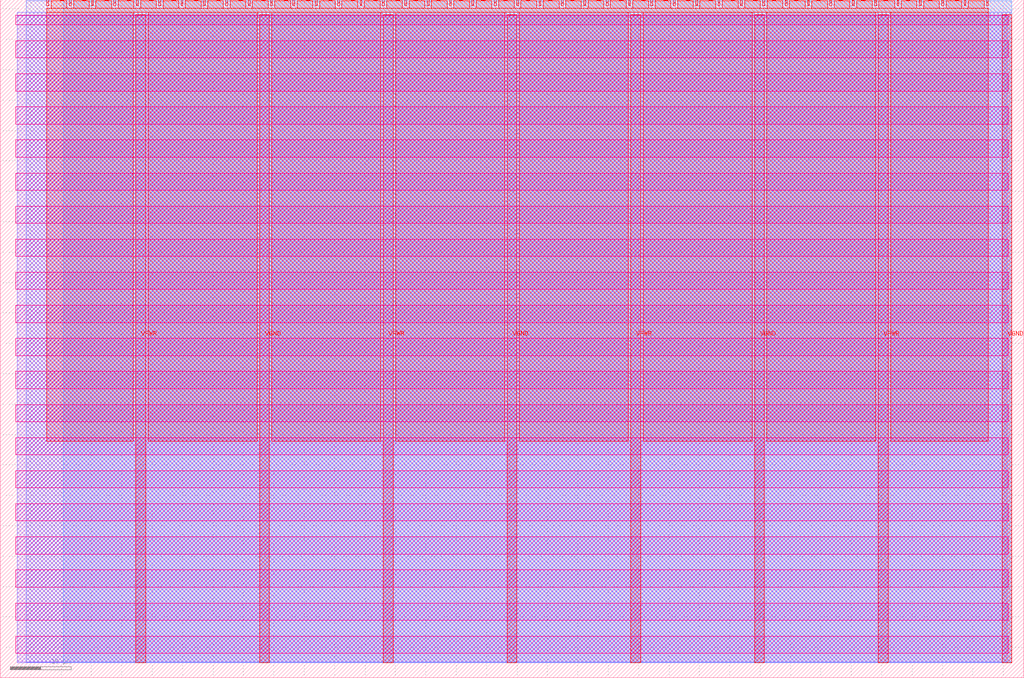
<source format=lef>
VERSION 5.7 ;
  NOWIREEXTENSIONATPIN ON ;
  DIVIDERCHAR "/" ;
  BUSBITCHARS "[]" ;
MACRO tt_um_currymottled
  CLASS BLOCK ;
  FOREIGN tt_um_currymottled ;
  ORIGIN 0.000 0.000 ;
  SIZE 168.360 BY 111.520 ;
  PIN VGND
    DIRECTION INOUT ;
    USE GROUND ;
    PORT
      LAYER met4 ;
        RECT 42.670 2.480 44.270 109.040 ;
    END
    PORT
      LAYER met4 ;
        RECT 83.380 2.480 84.980 109.040 ;
    END
    PORT
      LAYER met4 ;
        RECT 124.090 2.480 125.690 109.040 ;
    END
    PORT
      LAYER met4 ;
        RECT 164.800 2.480 166.400 109.040 ;
    END
  END VGND
  PIN VPWR
    DIRECTION INOUT ;
    USE POWER ;
    PORT
      LAYER met4 ;
        RECT 22.315 2.480 23.915 109.040 ;
    END
    PORT
      LAYER met4 ;
        RECT 63.025 2.480 64.625 109.040 ;
    END
    PORT
      LAYER met4 ;
        RECT 103.735 2.480 105.335 109.040 ;
    END
    PORT
      LAYER met4 ;
        RECT 144.445 2.480 146.045 109.040 ;
    END
  END VPWR
  PIN clk
    DIRECTION INPUT ;
    USE SIGNAL ;
    ANTENNAGATEAREA 0.852000 ;
    PORT
      LAYER met4 ;
        RECT 158.550 110.520 158.850 111.520 ;
    END
  END clk
  PIN ena
    DIRECTION INPUT ;
    USE SIGNAL ;
    ANTENNAGATEAREA 0.126000 ;
    PORT
      LAYER met4 ;
        RECT 162.230 110.520 162.530 111.520 ;
    END
  END ena
  PIN rst_n
    DIRECTION INPUT ;
    USE SIGNAL ;
    ANTENNAGATEAREA 0.213000 ;
    PORT
      LAYER met4 ;
        RECT 154.870 110.520 155.170 111.520 ;
    END
  END rst_n
  PIN ui_in[0]
    DIRECTION INPUT ;
    USE SIGNAL ;
    PORT
      LAYER met4 ;
        RECT 151.190 110.520 151.490 111.520 ;
    END
  END ui_in[0]
  PIN ui_in[1]
    DIRECTION INPUT ;
    USE SIGNAL ;
    PORT
      LAYER met4 ;
        RECT 147.510 110.520 147.810 111.520 ;
    END
  END ui_in[1]
  PIN ui_in[2]
    DIRECTION INPUT ;
    USE SIGNAL ;
    PORT
      LAYER met4 ;
        RECT 143.830 110.520 144.130 111.520 ;
    END
  END ui_in[2]
  PIN ui_in[3]
    DIRECTION INPUT ;
    USE SIGNAL ;
    PORT
      LAYER met4 ;
        RECT 140.150 110.520 140.450 111.520 ;
    END
  END ui_in[3]
  PIN ui_in[4]
    DIRECTION INPUT ;
    USE SIGNAL ;
    PORT
      LAYER met4 ;
        RECT 136.470 110.520 136.770 111.520 ;
    END
  END ui_in[4]
  PIN ui_in[5]
    DIRECTION INPUT ;
    USE SIGNAL ;
    PORT
      LAYER met4 ;
        RECT 132.790 110.520 133.090 111.520 ;
    END
  END ui_in[5]
  PIN ui_in[6]
    DIRECTION INPUT ;
    USE SIGNAL ;
    PORT
      LAYER met4 ;
        RECT 129.110 110.520 129.410 111.520 ;
    END
  END ui_in[6]
  PIN ui_in[7]
    DIRECTION INPUT ;
    USE SIGNAL ;
    PORT
      LAYER met4 ;
        RECT 125.430 110.520 125.730 111.520 ;
    END
  END ui_in[7]
  PIN uio_in[0]
    DIRECTION INPUT ;
    USE SIGNAL ;
    ANTENNAGATEAREA 0.159000 ;
    PORT
      LAYER met4 ;
        RECT 121.750 110.520 122.050 111.520 ;
    END
  END uio_in[0]
  PIN uio_in[1]
    DIRECTION INPUT ;
    USE SIGNAL ;
    ANTENNAGATEAREA 0.126000 ;
    PORT
      LAYER met4 ;
        RECT 118.070 110.520 118.370 111.520 ;
    END
  END uio_in[1]
  PIN uio_in[2]
    DIRECTION INPUT ;
    USE SIGNAL ;
    ANTENNAGATEAREA 0.196500 ;
    PORT
      LAYER met4 ;
        RECT 114.390 110.520 114.690 111.520 ;
    END
  END uio_in[2]
  PIN uio_in[3]
    DIRECTION INPUT ;
    USE SIGNAL ;
    ANTENNAGATEAREA 0.196500 ;
    PORT
      LAYER met4 ;
        RECT 110.710 110.520 111.010 111.520 ;
    END
  END uio_in[3]
  PIN uio_in[4]
    DIRECTION INPUT ;
    USE SIGNAL ;
    ANTENNAGATEAREA 0.196500 ;
    PORT
      LAYER met4 ;
        RECT 107.030 110.520 107.330 111.520 ;
    END
  END uio_in[4]
  PIN uio_in[5]
    DIRECTION INPUT ;
    USE SIGNAL ;
    ANTENNAGATEAREA 0.196500 ;
    PORT
      LAYER met4 ;
        RECT 103.350 110.520 103.650 111.520 ;
    END
  END uio_in[5]
  PIN uio_in[6]
    DIRECTION INPUT ;
    USE SIGNAL ;
    ANTENNAGATEAREA 0.196500 ;
    PORT
      LAYER met4 ;
        RECT 99.670 110.520 99.970 111.520 ;
    END
  END uio_in[6]
  PIN uio_in[7]
    DIRECTION INPUT ;
    USE SIGNAL ;
    ANTENNAGATEAREA 0.196500 ;
    PORT
      LAYER met4 ;
        RECT 95.990 110.520 96.290 111.520 ;
    END
  END uio_in[7]
  PIN uio_oe[0]
    DIRECTION OUTPUT TRISTATE ;
    USE SIGNAL ;
    PORT
      LAYER met4 ;
        RECT 33.430 110.520 33.730 111.520 ;
    END
  END uio_oe[0]
  PIN uio_oe[1]
    DIRECTION OUTPUT TRISTATE ;
    USE SIGNAL ;
    ANTENNADIFFAREA 0.445500 ;
    PORT
      LAYER met4 ;
        RECT 29.750 110.520 30.050 111.520 ;
    END
  END uio_oe[1]
  PIN uio_oe[2]
    DIRECTION OUTPUT TRISTATE ;
    USE SIGNAL ;
    ANTENNADIFFAREA 0.445500 ;
    PORT
      LAYER met4 ;
        RECT 26.070 110.520 26.370 111.520 ;
    END
  END uio_oe[2]
  PIN uio_oe[3]
    DIRECTION OUTPUT TRISTATE ;
    USE SIGNAL ;
    ANTENNADIFFAREA 0.445500 ;
    PORT
      LAYER met4 ;
        RECT 22.390 110.520 22.690 111.520 ;
    END
  END uio_oe[3]
  PIN uio_oe[4]
    DIRECTION OUTPUT TRISTATE ;
    USE SIGNAL ;
    ANTENNADIFFAREA 0.445500 ;
    PORT
      LAYER met4 ;
        RECT 18.710 110.520 19.010 111.520 ;
    END
  END uio_oe[4]
  PIN uio_oe[5]
    DIRECTION OUTPUT TRISTATE ;
    USE SIGNAL ;
    ANTENNADIFFAREA 0.445500 ;
    PORT
      LAYER met4 ;
        RECT 15.030 110.520 15.330 111.520 ;
    END
  END uio_oe[5]
  PIN uio_oe[6]
    DIRECTION OUTPUT TRISTATE ;
    USE SIGNAL ;
    ANTENNADIFFAREA 0.445500 ;
    PORT
      LAYER met4 ;
        RECT 11.350 110.520 11.650 111.520 ;
    END
  END uio_oe[6]
  PIN uio_oe[7]
    DIRECTION OUTPUT TRISTATE ;
    USE SIGNAL ;
    ANTENNADIFFAREA 0.445500 ;
    PORT
      LAYER met4 ;
        RECT 7.670 110.520 7.970 111.520 ;
    END
  END uio_oe[7]
  PIN uio_out[0]
    DIRECTION OUTPUT TRISTATE ;
    USE SIGNAL ;
    PORT
      LAYER met4 ;
        RECT 62.870 110.520 63.170 111.520 ;
    END
  END uio_out[0]
  PIN uio_out[1]
    DIRECTION OUTPUT TRISTATE ;
    USE SIGNAL ;
    ANTENNADIFFAREA 0.795200 ;
    PORT
      LAYER met4 ;
        RECT 59.190 110.520 59.490 111.520 ;
    END
  END uio_out[1]
  PIN uio_out[2]
    DIRECTION OUTPUT TRISTATE ;
    USE SIGNAL ;
    ANTENNADIFFAREA 1.782000 ;
    PORT
      LAYER met4 ;
        RECT 55.510 110.520 55.810 111.520 ;
    END
  END uio_out[2]
  PIN uio_out[3]
    DIRECTION OUTPUT TRISTATE ;
    USE SIGNAL ;
    ANTENNADIFFAREA 1.782000 ;
    PORT
      LAYER met4 ;
        RECT 51.830 110.520 52.130 111.520 ;
    END
  END uio_out[3]
  PIN uio_out[4]
    DIRECTION OUTPUT TRISTATE ;
    USE SIGNAL ;
    ANTENNADIFFAREA 1.782000 ;
    PORT
      LAYER met4 ;
        RECT 48.150 110.520 48.450 111.520 ;
    END
  END uio_out[4]
  PIN uio_out[5]
    DIRECTION OUTPUT TRISTATE ;
    USE SIGNAL ;
    ANTENNADIFFAREA 1.782000 ;
    PORT
      LAYER met4 ;
        RECT 44.470 110.520 44.770 111.520 ;
    END
  END uio_out[5]
  PIN uio_out[6]
    DIRECTION OUTPUT TRISTATE ;
    USE SIGNAL ;
    ANTENNADIFFAREA 1.782000 ;
    PORT
      LAYER met4 ;
        RECT 40.790 110.520 41.090 111.520 ;
    END
  END uio_out[6]
  PIN uio_out[7]
    DIRECTION OUTPUT TRISTATE ;
    USE SIGNAL ;
    ANTENNADIFFAREA 1.782000 ;
    PORT
      LAYER met4 ;
        RECT 37.110 110.520 37.410 111.520 ;
    END
  END uio_out[7]
  PIN uo_out[0]
    DIRECTION OUTPUT TRISTATE ;
    USE SIGNAL ;
    PORT
      LAYER met4 ;
        RECT 92.310 110.520 92.610 111.520 ;
    END
  END uo_out[0]
  PIN uo_out[1]
    DIRECTION OUTPUT TRISTATE ;
    USE SIGNAL ;
    PORT
      LAYER met4 ;
        RECT 88.630 110.520 88.930 111.520 ;
    END
  END uo_out[1]
  PIN uo_out[2]
    DIRECTION OUTPUT TRISTATE ;
    USE SIGNAL ;
    PORT
      LAYER met4 ;
        RECT 84.950 110.520 85.250 111.520 ;
    END
  END uo_out[2]
  PIN uo_out[3]
    DIRECTION OUTPUT TRISTATE ;
    USE SIGNAL ;
    PORT
      LAYER met4 ;
        RECT 81.270 110.520 81.570 111.520 ;
    END
  END uo_out[3]
  PIN uo_out[4]
    DIRECTION OUTPUT TRISTATE ;
    USE SIGNAL ;
    PORT
      LAYER met4 ;
        RECT 77.590 110.520 77.890 111.520 ;
    END
  END uo_out[4]
  PIN uo_out[5]
    DIRECTION OUTPUT TRISTATE ;
    USE SIGNAL ;
    PORT
      LAYER met4 ;
        RECT 73.910 110.520 74.210 111.520 ;
    END
  END uo_out[5]
  PIN uo_out[6]
    DIRECTION OUTPUT TRISTATE ;
    USE SIGNAL ;
    PORT
      LAYER met4 ;
        RECT 70.230 110.520 70.530 111.520 ;
    END
  END uo_out[6]
  PIN uo_out[7]
    DIRECTION OUTPUT TRISTATE ;
    USE SIGNAL ;
    PORT
      LAYER met4 ;
        RECT 66.550 110.520 66.850 111.520 ;
    END
  END uo_out[7]
  OBS
      LAYER nwell ;
        RECT 2.570 107.385 165.790 108.990 ;
        RECT 2.570 101.945 165.790 104.775 ;
        RECT 2.570 96.505 165.790 99.335 ;
        RECT 2.570 91.065 165.790 93.895 ;
        RECT 2.570 85.625 165.790 88.455 ;
        RECT 2.570 80.185 165.790 83.015 ;
        RECT 2.570 74.745 165.790 77.575 ;
        RECT 2.570 69.305 165.790 72.135 ;
        RECT 2.570 63.865 165.790 66.695 ;
        RECT 2.570 58.425 165.790 61.255 ;
        RECT 2.570 52.985 165.790 55.815 ;
        RECT 2.570 47.545 165.790 50.375 ;
        RECT 2.570 42.105 165.790 44.935 ;
        RECT 2.570 36.665 165.790 39.495 ;
        RECT 2.570 31.225 165.790 34.055 ;
        RECT 2.570 25.785 165.790 28.615 ;
        RECT 2.570 20.345 165.790 23.175 ;
        RECT 2.570 14.905 165.790 17.735 ;
        RECT 2.570 9.465 165.790 12.295 ;
        RECT 2.570 4.025 165.790 6.855 ;
      LAYER li1 ;
        RECT 2.760 2.635 165.600 108.885 ;
      LAYER met1 ;
        RECT 2.760 2.480 166.400 109.440 ;
      LAYER met2 ;
        RECT 4.240 2.535 166.370 111.365 ;
      LAYER met3 ;
        RECT 10.390 2.555 166.390 111.345 ;
      LAYER met4 ;
        RECT 8.370 110.120 10.950 111.345 ;
        RECT 12.050 110.120 14.630 111.345 ;
        RECT 15.730 110.120 18.310 111.345 ;
        RECT 19.410 110.120 21.990 111.345 ;
        RECT 23.090 110.120 25.670 111.345 ;
        RECT 26.770 110.120 29.350 111.345 ;
        RECT 30.450 110.120 33.030 111.345 ;
        RECT 34.130 110.120 36.710 111.345 ;
        RECT 37.810 110.120 40.390 111.345 ;
        RECT 41.490 110.120 44.070 111.345 ;
        RECT 45.170 110.120 47.750 111.345 ;
        RECT 48.850 110.120 51.430 111.345 ;
        RECT 52.530 110.120 55.110 111.345 ;
        RECT 56.210 110.120 58.790 111.345 ;
        RECT 59.890 110.120 62.470 111.345 ;
        RECT 63.570 110.120 66.150 111.345 ;
        RECT 67.250 110.120 69.830 111.345 ;
        RECT 70.930 110.120 73.510 111.345 ;
        RECT 74.610 110.120 77.190 111.345 ;
        RECT 78.290 110.120 80.870 111.345 ;
        RECT 81.970 110.120 84.550 111.345 ;
        RECT 85.650 110.120 88.230 111.345 ;
        RECT 89.330 110.120 91.910 111.345 ;
        RECT 93.010 110.120 95.590 111.345 ;
        RECT 96.690 110.120 99.270 111.345 ;
        RECT 100.370 110.120 102.950 111.345 ;
        RECT 104.050 110.120 106.630 111.345 ;
        RECT 107.730 110.120 110.310 111.345 ;
        RECT 111.410 110.120 113.990 111.345 ;
        RECT 115.090 110.120 117.670 111.345 ;
        RECT 118.770 110.120 121.350 111.345 ;
        RECT 122.450 110.120 125.030 111.345 ;
        RECT 126.130 110.120 128.710 111.345 ;
        RECT 129.810 110.120 132.390 111.345 ;
        RECT 133.490 110.120 136.070 111.345 ;
        RECT 137.170 110.120 139.750 111.345 ;
        RECT 140.850 110.120 143.430 111.345 ;
        RECT 144.530 110.120 147.110 111.345 ;
        RECT 148.210 110.120 150.790 111.345 ;
        RECT 151.890 110.120 154.470 111.345 ;
        RECT 155.570 110.120 158.150 111.345 ;
        RECT 159.250 110.120 161.830 111.345 ;
        RECT 7.670 109.440 162.545 110.120 ;
        RECT 7.670 38.935 21.915 109.440 ;
        RECT 24.315 38.935 42.270 109.440 ;
        RECT 44.670 38.935 62.625 109.440 ;
        RECT 65.025 38.935 82.980 109.440 ;
        RECT 85.380 38.935 103.335 109.440 ;
        RECT 105.735 38.935 123.690 109.440 ;
        RECT 126.090 38.935 144.045 109.440 ;
        RECT 146.445 38.935 162.545 109.440 ;
  END
END tt_um_currymottled
END LIBRARY


</source>
